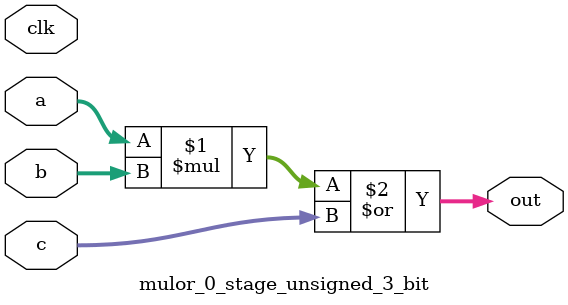
<source format=sv>
(* use_dsp = "yes" *) module mulor_0_stage_unsigned_3_bit(
	input  [2:0] a,
	input  [2:0] b,
	input  [2:0] c,
	output [2:0] out,
	input clk);

	assign out = (a * b) | c;
endmodule

</source>
